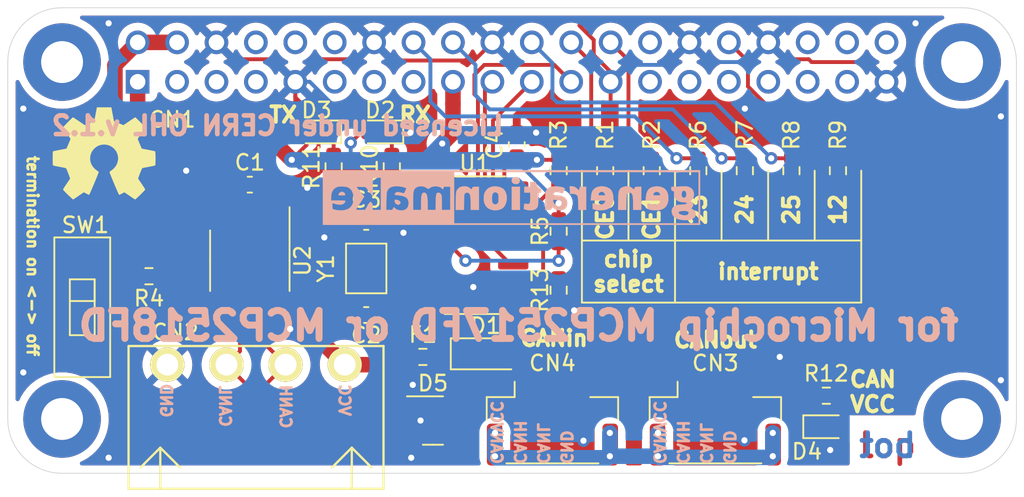
<source format=kicad_pcb>
(kicad_pcb (version 20211014) (generator pcbnew)
  (title_block (title "CANFDZeroHAT") (date "2023-08-24") (rev "0.3") (company "generationmake"))
  (layers (0 "F.Cu" signal) (31 "B.Cu" signal) (34 "B.Paste" user) (35 "F.Paste" user) (36 "B.SilkS" user "B.Silkscreen") (37 "F.SilkS" user "F.Silkscreen") (38 "B.Mask" user) (39 "F.Mask" user) (44 "Edge.Cuts" user))
  (net 0 "")
  (net 1 "+3.3V")
  (net 2 "+5V")
  (net 3 "GND")
  (net 4 "/OSC1")
  (net 5 "/OSC2")
  (net 6 "/SPI_MOSI")
  (net 7 "/SPI_MISO")
  (net 8 "/MCP2517_INT")
  (net 9 "/SPI_CLK")
  (net 10 "/SPI_CE0")
  (net 11 "/SPI_CE1")
  (net 12 "/CANH")
  (net 13 "/CANL")
  (net 14 "/CANVCC")
  (net 15 "/MCP2517_CS")
  (net 16 "Net-(R4-Pad2)")
  (net 17 "/CAN_TX")
  (net 18 "/CAN_RX")
  (net 19 "/INTERRUPT_23")
  (net 20 "/INTERRUPT_24")
  (net 21 "/INTERRUPT_25")
  (net 22 "/INTERRUPT_12")
  (net 23 "/CANVCC_F")
  (net 24 "Net-(D4-Pad2)")
  (net 25 "Net-(D2-Pad1)")
  (net 26 "Net-(D3-Pad1)")
  (net 27 "/I2C_SDA")
  (net 28 "/I2C_SCL")
  (net 30 "/SERIAL_TX")
  (net 31 "/SERIAL_RX")
  (net 51 "/MP")
  (footprint "Capacitor_SMD:C_0603_1608Metric" (layer "F.Cu") (at 123.1 97.9)
    (fp_text reference "C1")
    (fp_text value "100nF")
  )
  (footprint "Capacitor_SMD:C_0603_1608Metric" (layer "F.Cu") (at 130.6 100.3)
    (fp_text reference "C3")
    (fp_text value "22pF")
  )
  (footprint "Capacitor_SMD:C_0603_1608Metric" (layer "F.Cu") (at 140.3 95.3 90)
    (fp_text reference "C4")
    (fp_text value "100nF")
  )
  (footprint "Connector_JST:JST_GH_SM04B-GHS-TB_1x04-1MP_P1.25mm_Horizontal" (layer "F.Cu") (at 153.1 113.3)
    (fp_text reference "CN3")
    (fp_text value "GH_SM04B-GHS-TB")
  )
  (footprint "Connector_JST:JST_GH_SM04B-GHS-TB_1x04-1MP_P1.25mm_Horizontal" (layer "F.Cu") (at 142.6 113.3)
    (fp_text reference "CN4")
    (fp_text value "GH_SM04B-GHS-TB")
  )
  (footprint "Diode_SMD:D_SOD-123" (layer "F.Cu") (at 138.3 108.8)
    (fp_text reference "D1")
    (fp_text value "DNI")
  )
  (footprint "labels:generationmake_small_solder" (layer "F.Cu") (at 170.7 102 90)
    (fp_text reference "L1" hide)
    (fp_text value "Label" hide)
  )
  (footprint "Resistor_SMD:R_0603_1608Metric" (layer "F.Cu") (at 146 97 -90)
    (fp_text reference "R1")
    (fp_text value "0R")
  )
  (footprint "Resistor_SMD:R_0603_1608Metric" (layer "F.Cu") (at 149 97 90)
    (fp_text reference "R2")
    (fp_text value "DNI")
  )
  (footprint "Resistor_SMD:R_0603_1608Metric" (layer "F.Cu") (at 143 97 -90)
    (fp_text reference "R3")
    (fp_text value "10k")
  )
  (footprint "Resistor_SMD:R_0603_1608Metric" (layer "F.Cu") (at 116.6 103.8 180)
    (fp_text reference "R4")
    (fp_text value "120R")
  )
  (footprint "Resistor_SMD:R_0603_1608Metric" (layer "F.Cu") (at 143 100.9 -90)
    (fp_text reference "R5")
    (fp_text value "10k")
  )
  (footprint "mechanical-switches:CK_JS202011JCQN" (layer "F.Cu") (at 112.3 105.8 -90)
    (fp_text reference "SW1")
    (fp_text value "JS202011JCQN")
  )
  (footprint "Package_SO:SOIC-14_3.9x8.7mm_P1.27mm" (layer "F.Cu") (at 137.6 101.8)
    (fp_text reference "U1")
    (fp_text value "MCP2518FD")
  )
  (footprint "crystals:Crystal_SMD_3.2x2.5mm_4Pad" (layer "F.Cu") (at 130.6 103.3 -90)
    (fp_text reference "Y1")
    (fp_text value "RH100-40.000-18-F-2050-TR")
  )
  (footprint "MODULE_compute:RASPI_ZERO_HAT_EDGE" (layer "F.Cu") (at 140 90)
    (fp_text reference "CN1")
    (fp_text value "RASPI-IO")
  )
  (footprint "Resistor_SMD:R_0603_1608Metric" (layer "F.Cu") (at 152 97 -90)
    (fp_text reference "R6")
    (fp_text value "DNI")
  )
  (footprint "Resistor_SMD:R_0603_1608Metric" (layer "F.Cu") (at 155 97 -90)
    (fp_text reference "R7")
    (fp_text value "DNI")
  )
  (footprint "Resistor_SMD:R_0603_1608Metric" (layer "F.Cu") (at 158 97 -90)
    (fp_text reference "R8")
    (fp_text value "0R")
  )
  (footprint "Resistor_SMD:R_0603_1608Metric" (layer "F.Cu") (at 161 97 -90)
    (fp_text reference "R9")
    (fp_text value "DNI")
  )
  (footprint "CON_wuerth:WR-TBL_691322310004" (layer "F.Cu") (at 123.5 109.5)
    (fp_text reference "CN2")
    (fp_text value "691322310004" hide)
  )
  (footprint "Capacitor_SMD:C_0603_1608Metric" (layer "F.Cu") (at 130.6 106.3 180)
    (fp_text reference "C2")
    (fp_text value "22pF")
  )
  (footprint "LED_SMD:LED_0603_1608Metric" (layer "F.Cu") (at 131.5 94.5 180)
    (fp_text reference "D2")
    (fp_text value "150060GS75000")
  )
  (footprint "LED_SMD:LED_0603_1608Metric" (layer "F.Cu") (at 127.5 94.5 180)
    (fp_text reference "D3")
    (fp_text value "150060RS75000")
  )
  (footprint "LED_SMD:LED_0603_1608Metric" (layer "F.Cu") (at 160.25 113.5)
    (fp_text reference "D4")
    (fp_text value "150060YS75000")
  )
  (footprint "Resistor_SMD:R_0603_1608Metric" (layer "F.Cu") (at 134.25 109)
    (fp_text reference "F1")
    (fp_text value "0ZCM0020FF2G")
  )
  (footprint "Resistor_SMD:R_0603_1608Metric" (layer "F.Cu") (at 132.25 96.75 90)
    (fp_text reference "R10")
    (fp_text value "1k")
  )
  (footprint "Resistor_SMD:R_0603_1608Metric" (layer "F.Cu") (at 128.5 96.75 90)
    (fp_text reference "R11")
    (fp_text value "1k")
  )
  (footprint "Resistor_SMD:R_0603_1608Metric" (layer "F.Cu") (at 160.25 111.5)
    (fp_text reference "R12")
    (fp_text value "2k")
  )
  (footprint "Package_SO:SOIC-8_3.9x4.9mm_P1.27mm" (layer "F.Cu") (at 123.1 102.8 -90)
    (fp_text reference "U2")
    (fp_text value "TCAN332GDR")
  )
  (footprint "Symbol:OSHW-Symbol_6.7x6mm_SilkScreen" (layer "F.Cu") (at 113.7 95.9)
    (fp_text reference "L3" hide)
    (fp_text value "Label" hide)
  )
  (footprint "Package_TO_SOT_SMD:SOT-23" (layer "F.Cu") (at 134.9 113.1)
    (fp_text reference "D5")
    (fp_text value "DNI")
  )
  (footprint "Resistor_SMD:R_0603_1608Metric" (layer "F.Cu") (at 143 104.7 -90)
    (fp_text reference "R13")
    (fp_text value "10k")
  )
  (footprint "labels:generationmake_logo" (layer "B.Cu") (at 140 104 180)
    (fp_text reference "L2" hide)
    (fp_text value "Label" hide)
  )
  (gr_line (start 147.5 97) (end 147.5 101.5) (layer "F.SilkS") (width 0.12))
  (gr_line (start 144.5 97) (end 144.5 105.5) (layer "F.SilkS") (width 0.12))
  (gr_line (start 153.5 97) (end 153.5 101.5) (layer "F.SilkS") (width 0.12))
  (gr_line (start 162.5 101.5) (end 144.5 101.5) (layer "F.SilkS") (width 0.12))
  (gr_line (start 162.5 105.5) (end 162.5 97) (layer "F.SilkS") (width 0.12))
  (gr_line (start 159.5 97) (end 159.5 101.5) (layer "F.SilkS") (width 0.12))
  (gr_line (start 144.5 105.5) (end 162.5 105.5) (layer "F.SilkS") (width 0.12))
  (gr_line (start 150.5 97) (end 150.5 105.5) (layer "F.SilkS") (width 0.12))
  (gr_line (start 156.5 97) (end 156.5 101.5) (layer "F.SilkS") (width 0.12))
  (gr_arc (start 172.5 113) (mid 171.474874 115.474874) (end 169 116.5) (layer "Edge.Cuts") (width 0.05))
  (gr_line (start 172.5 113) (end 172.5 90) (layer "Edge.Cuts") (width 0.05))
  (gr_line (start 169 86.5) (end 111 86.5) (layer "Edge.Cuts") (width 0.05))
  (gr_line (start 107.5 90) (end 107.5 113) (layer "Edge.Cuts") (width 0.05))
  (gr_line (start 111 116.5) (end 169 116.5) (layer "Edge.Cuts") (width 0.05))
  (gr_arc (start 111 116.5) (mid 108.525126 115.474874) (end 107.5 113) (layer "Edge.Cuts") (width 0.05))
  (gr_arc (start 107.5 90) (mid 108.525126 87.525126) (end 111 86.5) (layer "Edge.Cuts") (width 0.05))
  (gr_arc (start 169 86.5) (mid 171.474874 87.525126) (end 172.5 90) (layer "Edge.Cuts") (width 0.05))
  (gr_text "CANFDZeroHAT 0.3" (at 171.1 101.9 90) (layer "F.Cu") (effects (font (size 1 1) (thickness 0.25))))
  (gr_text "top" (at 164.2 114.7) (layer "F.Cu") (effects (font (size 1.5 1.5) (thickness 0.3))))
  (gr_text "bot" (at 164.2 114.7) (layer "B.Cu") (effects (font (size 1.5 1.5) (thickness 0.3)) (justify mirror)))
  (gr_text "CANL" (at 142 116 270) (layer "B.SilkS") (effects (font (size 0.7 0.7) (thickness 0.175)) (justify left mirror)))
  (gr_text "GND" (at 143.5 116 270) (layer "B.SilkS") (effects (font (size 0.7 0.7) (thickness 0.175)) (justify left mirror)))
  (gr_text "GND" (at 154 116 270) (layer "B.SilkS") (effects (font (size 0.7 0.7) (thickness 0.175)) (justify left mirror)))
  (gr_text "CANVCC" (at 149.5 116 270) (layer "B.SilkS") (effects (font (size 0.7 0.7) (thickness 0.175)) (justify left mirror)))
  (gr_text "CANL" (at 152.5 116 270) (layer "B.SilkS") (effects (font (size 0.7 0.7) (thickness 0.175)) (justify left mirror)))
  (gr_text "CANH" (at 151 116 270) (layer "B.SilkS") (effects (font (size 0.7 0.7) (thickness 0.175)) (justify left mirror)))
  (gr_text "CANL" (at 121.5 113.6 270) (layer "B.SilkS") (effects (font (size 0.7 0.7) (thickness 0.175)) (justify left mirror)))
  (gr_text "CANH" (at 125.4 113.7 270) (layer "B.SilkS") (effects (font (size 0.7 0.7) (thickness 0.175)) (justify left mirror)))
  (gr_text "VCC" (at 129.2 112.9 270) (layer "B.SilkS") (effects (font (size 0.7 0.7) (thickness 0.175)) (justify left mirror)))
  (gr_text "GND" (at 117.7 113 270) (layer "B.SilkS") (effects (font (size 0.7 0.7) (thickness 0.175)) (justify left mirror)))
  (gr_text "for Microchip MCP2517FD or MCP2518FD" (at 169 107) (layer "B.SilkS") (effects (font (size 1.8 1.8) (thickness 0.45)) (justify left mirror)))
  (gr_text "Licensed under CERN OHL v.1.2" (at 139.6 94.1) (layer "B.SilkS") (effects (font (size 1.2 1.2) (thickness 0.3)) (justify left mirror)))
  (gr_text "CANH" (at 140.5 116 270) (layer "B.SilkS") (effects (font (size 0.7 0.7) (thickness 0.175)) (justify left mirror)))
  (gr_text "CANVCC" (at 139 116 270) (layer "B.SilkS") (effects (font (size 0.7 0.7) (thickness 0.175)) (justify left mirror)))
  (gr_text "23" (at 152 99.5 90) (layer "F.SilkS") (effects (font (size 1 1) (thickness 0.25))))
  (gr_text "CE0" (at 146 100 90) (layer "F.SilkS") (effects (font (size 1 1) (thickness 0.25))))
  (gr_text "chip\nselect" (at 147.5 103.5) (layer "F.SilkS") (effects (font (size 1 1) (thickness 0.25))))
  (gr_text "termination on <-> off" (at 109.1 102.5 270) (layer "F.SilkS") (effects (font (size 0.7 0.7) (thickness 0.175))))
  (gr_text "CAN\nVCC" (at 163.25 111.25) (layer "F.SilkS") (effects (font (size 1 1) (thickness 0.25))))
  (gr_text "12" (at 161 99.5 90) (layer "F.SilkS") (effects (font (size 1 1) (thickness 0.25))))
  (gr_text "interrupt" (at 156.5 103.5) (layer "F.SilkS") (effects (font (size 1 1) (thickness 0.25))))
  (gr_text "TX" (at 125.25 93.4) (layer "F.SilkS") (effects (font (size 1 1) (thickness 0.25))))
  (gr_text "24" (at 155 99.5 90) (layer "F.SilkS") (effects (font (size 1 1) (thickness 0.25))))
  (gr_text "CE1" (at 149 100 90) (layer "F.SilkS") (effects (font (size 1 1) (thickness 0.25))))
  (gr_text "RX" (at 133.75 93.4) (layer "F.SilkS") (effects (font (size 1 1) (thickness 0.25))))
  (gr_text "CANin" (at 142.7 107.8) (layer "F.SilkS") (effects (font (size 1 1) (thickness 0.25))))
  (gr_text "CANout" (at 153.1 107.9) (layer "F.SilkS") (effects (font (size 1 1) (thickness 0.25))))
  (gr_text "25" (at 158 99.5 90) (layer "F.SilkS") (effects (font (size 1 1) (thickness 0.25))))
  (segment (start 122.465 95.365) (end 122.3 95.2) (width 0.25) (layer "F.Cu") (net 1))
  (segment (start 117.7 95.2) (end 115.87 93.37) (width 1) (layer "F.Cu") (net 1))
  (segment (start 141.6 96.3) (end 142.95 96.3) (width 0.25) (layer "F.Cu") (net 1))
  (segment (start 122.465 100.092) (end 122.4685 100.0955) (width 0.25) (layer "F.Cu") (net 1))
  (segment (start 143 100.15) (end 143 99.1) (width 0.25) (layer "F.Cu") (net 1))
  (segment (start 142.95 96.3) (end 143 96.25) (width 0.25) (layer "F.Cu") (net 1))
  (segment (start 136.19 94.56) (end 135.5 95.25) (width 1) (layer "F.Cu") (net 1))
  (segment (start 130.3 94.5) (end 129.6 95.2) (width 0.25) (layer "F.Cu") (net 1))
  (segment (start 136.19 92.69) (end 136.19 94.56) (width 1) (layer "F.Cu") (net 1))
  (segment (start 141.35 96.05) (end 141.6 96.3) (width 0.25) (layer "F.Cu") (net 1))
  (segment (start 136.19 91.27) (end 136.19 92.69) (width 1) (layer "F.Cu") (net 1))
  (segment (start 126.7507 94.5) (end 126.7507 95.3493) (width 0.25) (layer "F.Cu") (net 1))
  (segment (start 140.3 96.05) (end 141.35 96.05) (width 0.25) (layer "F.Cu") (net 1))
  (segment (start 122.465 98.935) (end 122.465 95.365) (width 0.25) (layer "F.Cu") (net 1))
  (segment (start 139.5 96.85) (end 140.3 96.05) (width 0.25) (layer "F.Cu") (net 1))
  (segment (start 139.5 97.7) (end 139.5 96.85) (width 0.25) (layer "F.Cu") (net 1))
  (segment (start 122.465 98.935) (end 122.465 100.092) (width 0.25) (layer "F.Cu") (net 1))
  (segment (start 125.8 96.3) (end 124.7 95.2) (width 1) (layer "F.Cu") (net 1))
  (segment (start 115.87 93.37) (end 115.87 91.27) (width 1) (layer "F.Cu") (net 1))
  (segment (start 130.7507 94.5) (end 130.3 94.5) (width 0.25) (layer "F.Cu") (net 1))
  (segment (start 122.3 95.2) (end 117.7 95.2) (width 1) (layer "F.Cu") (net 1))
  (segment (start 139.79 97.99) (end 139.5 97.7) (width 0.25) (layer "F.Cu") (net 1))
  (segment (start 126.7507 95.3493) (end 125.8 96.3) (width 0.25) (layer "F.Cu") (net 1))
  (segment (start 140.3 97.99) (end 139.79 97.99) (width 0.25) (layer "F.Cu") (net 1))
  (segment (start 124.7 95.2) (end 122.3 95.2) (width 1) (layer "F.Cu") (net 1))
  (via (at 141.6 96.3) (size 0.8) (drill 0.4) (layers "F.Cu" "B.Cu") (net 1))
  (via (at 135.5 95.25) (size 0.8) (drill 0.4) (layers "F.Cu" "B.Cu") (net 1))
  (via (at 129.6 95.2) (size 0.8) (drill 0.4) (layers "F.Cu" "B.Cu") (net 1))
  (via (at 143 99.1) (size 0.8) (drill 0.4) (layers "F.Cu" "B.Cu") (net 1))
  (via (at 125.8 96.3) (size 0.8) (drill 0.4) (layers "F.Cu" "B.Cu") (net 1))
  (segment (start 140.7 96.8) (end 140.5 96.8) (width 0.25) (layer "B.Cu") (net 1))
  (segment (start 136.6 96.8) (end 135.3 96.8) (width 0.25) (layer "B.Cu") (net 1))
  (segment (start 135.2 96.7) (end 135.3 96.8) (width 0.25) (layer "B.Cu") (net 1))
  (segment (start 135.5 95.85) (end 135.05 96.3) (width 1) (layer "B.Cu") (net 1))
  (segment (start 135.5 95.25) (end 135.5 95.85) (width 1) (layer "B.Cu") (net 1))
  (segment (start 135.7 96.3) (end 141.6 96.3) (width 1) (layer "B.Cu") (net 1))
  (segment (start 141.1 96.8) (end 141.6 96.3) (width 0.25) (layer "B.Cu") (net 1))
  (segment (start 134.45 96.3) (end 135.37499 95.37501) (width 1) (layer "B.Cu") (net 1))
  (segment (start 135.2 96.1) (end 135.2 96.7) (width 0.25) (layer "B.Cu") (net 1))
  (segment (start 135.05 96.3) (end 135.7 96.3) (width 1) (layer "B.Cu") (net 1))
  (segment (start 135.37499 95.37501) (end 135.5 95.37501) (width 1) (layer "B.Cu") (net 1))
  (segment (start 126.3 96.8) (end 125.8 96.3) (width 0.25) (layer "B.Cu") (net 1))
  (segment (start 129.5 96.3) (end 134.3 96.3) (width 1) (layer "B.Cu") (net 1))
  (segment (start 135.3 96.8) (end 126.3 96.8) (width 0.25) (layer "B.Cu") (net 1))
  (segment (start 129.6 96.2) (end 129.5 96.3) (width 0.25) (layer "B.Cu") (net 1))
  (segment (start 140.5 96.8) (end 141.1 96.8) (width 0.25) (layer "B.Cu") (net 1))
  (segment (start 140.5 96.8) (end 136.6 96.8) (width 0.25) (layer "B.Cu") (net 1))
  (segment (start 143 99.1) (end 140.7 96.8) (width 0.25) (layer "B.Cu") (net 1))
  (segment (start 129.6 95.2) (end 129.6 96.2) (width 0.25) (layer "B.Cu") (net 1))
  (segment (start 125.8 96.3) (end 129.5 96.3) (width 1) (layer "B.Cu") (net 1))
  (segment (start 134.3 96.3) (end 134.45 96.3) (width 1) (layer "B.Cu") (net 1))
  (segment (start 134.3 96.3) (end 135.05 96.3) (width 1) (layer "B.Cu") (net 1))
  (segment (start 114.407999 96.007999) (end 114.407999 90.192001) (width 1) (layer "F.Cu") (net 2))
  (segment (start 114.841149 96.007999) (end 114.407999 96.007999) (width 1) (layer "F.Cu") (net 2))
  (segment (start 129.215 109.5) (end 127.3 107.585) (width 1) (layer "F.Cu") (net 2))
  (segment (start 127.3 107.585) (end 127.3 105) (width 1) (layer "F.Cu") (net 2))
  (segment (start 127.3 105) (end 124.8 102.5) (width 1) (layer "F.Cu") (net 2))
  (segment (start 119.366575 101.566575) (end 119.366575 100.533425) (width 1) (layer "F.Cu") (net 2))
  (segment (start 119.366575 100.533425) (end 114.841149 96.007999) (width 1) (layer "F.Cu") (net 2))
  (segment (start 118.41 88.73) (end 115.87 88.73) (width 1) (layer "F.Cu") (net 2))
  (segment (start 124.8 102.5) (end 120.3 102.5) (width 1) (layer "F.Cu") (net 2))
  (segment (start 133 109.5) (end 133.5 109) (width 1) (layer "F.Cu") (net 2))
  (segment (start 120.3 102.5) (end 119.366575 101.566575) (width 1) (layer "F.Cu") (net 2))
  (segment (start 114.407999 90.192001) (end 115.87 88.73) (width 1) (layer "F.Cu") (net 2))
  (segment (start 129.215 109.5) (end 133 109.5) (width 1) (layer "F.Cu") (net 2))
  (segment (start 135.41 105.61) (end 136.7 106.9) (width 0.25) (layer "F.Cu") (net 3))
  (segment (start 151.35 106.9) (end 155.4 106.9) (width 0.25) (layer "F.Cu") (net 3))
  (segment (start 123.735 96.915) (end 123.85 96.8) (width 0.25) (layer "F.Cu") (net 3))
  (segment (start 159.5007 113.5) (end 159.5007 114.0007) (width 0.25) (layer "F.Cu") (net 3))
  (segment (start 128.024999 101.075001) (end 127.9 101.2) (width 0.25) (layer "F.Cu") (net 3))
  (segment (start 137.56 89.9) (end 132.28 89.9) (width 0.25) (layer "F.Cu") (net 3))
  (segment (start 124.5 96.8) (end 125.8 98.1) (width 0.25) (layer "F.Cu") (net 3))
  (segment (start 155.4 106.9) (end 157.25 108.75) (width 0.25) (layer "F.Cu") (net 3))
  (segment (start 131.35 102) (end 131.5 102.15) (width 0.25) (layer "F.Cu") (net 3))
  (segment (start 134.19 105.61) (end 134.9 105.61) (width 0.25) (layer "F.Cu") (net 3))
  (segment (start 159.5007 114.0007) (end 160.5 115) (width 0.25) (layer "F.Cu") (net 3))
  (segment (start 128.824999 101.075001) (end 128.024999 101.075001) (width 0.25) (layer "F.Cu") (net 3))
  (segment (start 132.685011 96.914989) (end 127.800009 96.914989) (width 0.25) (layer "F.Cu") (net 3))
  (segment (start 129.3 99.4) (end 128.824999 99.875001) (width 0.25) (layer "F.Cu") (net 3))
  (segment (start 126.163262 92.53) (end 126.366631 92.733369) (width 0.25) (layer "F.Cu") (net 3))
  (segment (start 131.35 100.3) (end 131.35 102) (width 0.25) (layer "F.Cu") (net 3))
  (segment (start 127.525519 93.892257) (end 127.525519 95.474481) (width 0.25) (layer "F.Cu") (net 3))
  (segment (start 126.03 92.17) (end 126.03 92.27) (width 0.25) (layer "F.Cu") (net 3))
  (segment (start 123.735 99.15) (end 123.735 98.965) (width 0.25) (layer "F.Cu") (net 3))
  (segment (start 129.85 104.6) (end 129.7 104.45) (width 0.25) (layer "F.Cu") (net 3))
  (segment (start 123.735 98.965) (end 123.735 96.915) (width 0.25) (layer "F.Cu") (net 3))
  (segment (start 128.824999 101.075001) (end 128.824999 103.060001) (width 0.25) (layer "F.Cu") (net 3))
  (segment (start 127.800009 96.914989) (end 126.8 97.914998) (width 0.25) (layer "F.Cu") (net 3))
  (segment (start 123.85 96.8) (end 124.5 96.8) (width 0.25) (layer "F.Cu") (net 3))
  (segment (start 143 105.525) (end 143.525 105.525) (width 0.25) (layer "F.Cu") (net 3))
  (segment (start 138.73 88.73) (end 139.817001 87.642999) (width 0.25) (layer "F.Cu") (net 3))
  (segment (start 135.8375 113.1) (end 134.1 113.1) (width 0.25) (layer "F.Cu") (net 3))
  (segment (start 129.85 106.3) (end 129.85 104.6) (width 0.25) (layer "F.Cu") (net 3))
  (segment (start 138.73 88.73) (end 137.56 89.9) (width 0.25) (layer "F.Cu") (net 3))
  (segment (start 147.65 106.9) (end 148.1 106.9) (width 0.25) (layer "F.Cu") (net 3))
  (segment (start 127.9 101.2) (end 127.9 101.3) (width 0.25) (layer "F.Cu") (net 3))
  (segment (start 126.366631 92.733369) (end 126.366631 92.606631) (width 0.25) (layer "F.Cu") (net 3))
  (segment (start 145.262999 88.574237) (end 145.262999 89.546589) (width 0.25) (layer "F.Cu") (net 3))
  (segment (start 162.86 90) (end 159.3 90) (width 0.25) (layer "F.Cu") (net 3))
  (segment (start 126.03 92.53) (end 126.163262 92.53) (width 0.25) (layer "F.Cu") (net 3))
  (segment (start 122.037001 89.817001) (end 124.577001 89.817001) (width 0.25) (layer "F.Cu") (net 3))
  (segment (start 125.005 106.505) (end 125.7 107.2) (width 0.25) (layer "F.Cu") (net 3))
  (segment (start 127.1 97.8) (end 126.8 98.1) (width 0.25) (layer "F.Cu") (net 3))
  (segment (start 140.3 94.55) (end 141.55 94.55) (width 0.25) (layer "F.Cu") (net 3))
  (segment (start 146.35 91.27) (end 146.35 93.85) (width 0.25) (layer "F.Cu") (net 3))
  (segment (start 131.35 100.3) (end 131.35 99.95) (width 0.25) (layer "F.Cu") (net 3))
  (segment (start 120.95 88.73) (end 122.037001 89.817001) (width 0.25) (layer "F.Cu") (net 3))
  (segment (start 132.28 89.9) (end 131.11 88.73) (width 0.25) (layer "F.Cu") (net 3))
  (segment (start 133.45 96.15) (end 132.685011 96.914989) (width 0.25) (layer "F.Cu") (net 3))
  (segment (start 126.366631 92.733369) (end 127.525519 93.892257) (width 0.25) (layer "F.Cu") (net 3))
  (segment (start 132.4 107.4) (end 134.19 105.61) (width 0.25) (layer "F.Cu") (net 3))
  (segment (start 126.366631 92.606631) (end 126.03 92.27) (width 0.25) (layer "F.Cu") (net 3))
  (segment (start 145.262999 89.546589) (end 146.35 90.63359) (width 0.25) (layer "F.Cu") (net 3))
  (segment (start 128.824999 99.875001) (end 128.824999 101.075001) (width 0.25) (layer "F.Cu") (net 3))
  (segment (start 133.45 94.55) (end 133.45 96.15) (width 0.25) (layer "F.Cu") (net 3))
  (segment (start 127.525519 95.474481) (end 127.1 95.9) (width 0.25) (layer "F.Cu") (net 3))
  (segment (start 123.7385 98.9685) (end 123.735 98.965) (width 0.25) (layer "F.Cu") (net 3))
  (segment (start 130.8 99.4) (end 129.3 99.4) (width 0.25) (layer "F.Cu") (net 3))
  (segment (start 129.85 106.3) (end 129.85 106.75) (width 0.25) (layer "F.Cu") (net 3))
  (segment (start 144.331761 87.642999) (end 145.262999 88.574237) (width 0.25) (layer "F.Cu") (net 3))
  (segment (start 157.597001 89.817001) (end 156.51 88.73) (width 0.25) (layer "F.Cu") (net 3))
  (segment (start 136.7 106.9) (end 147.65 106.9) (width 0.25) (layer "F.Cu") (net 3))
  (segment (start 144.475 114.275) (end 144.6 114.4) (width 0.25) (layer "F.Cu") (net 3))
  (segment (start 131.35 99.95) (end 130.8 99.4) (width 0.25) (layer "F.Cu") (net 3))
  (segment (start 159.117001 89.817001) (end 157.597001 89.817001) (width 0.25) (layer "F.Cu") (net 3))
  (segment (start 124.577001 89.817001) (end 126.03 91.27) (width 0.25) (layer "F.Cu") (net 3))
  (segment (start 146.35 90.63359) (end 146.35 91.27) (width 0.25) (layer "F.Cu") (net 3))
  (segment (start 129.85 106.75) (end 130.5 107.4) (width 0.25) (layer "F.Cu") (net 3))
  (segment (start 127.482999 89.817001) (end 130.022999 89.817001) (width 0.25) (layer "F.Cu") (net 3))
  (segment (start 130.5 107.4) (end 132.4 107.4) (width 0.25) (layer "F.Cu") (net 3))
  (segment (start 123.7385 100.0955) (end 123.7385 98.9685) (width 0.25) (layer "F.Cu") (net 3))
  (segment (start 125.005 105.275) (end 125.005 106.505) (width 0.25) (layer "F.Cu") (net 3))
  (segment (start 127.1 95.9) (end 127.1 97.8) (width 0.25) (layer "F.Cu") (net 3))
  (segment (start 151.35 106.9) (end 152.1 106.9) (width 0.25) (layer "F.Cu") (net 3))
  (segment (start 126.03 91.27) (end 127.482999 89.817001) (width 0.25) (layer "F.Cu") (net 3))
  (segment (start 126.03 92.17) (end 126.03 92.53) (width 0.25) (layer "F.Cu") (net 3))
  (segment (start 130.022999 89.817001) (end 131.11 88.73) (width 0.25) (layer "F.Cu") (net 3))
  (segment (start 147.65 106.9) (end 151.35 106.9) (width 0.25) (layer "F.Cu") (net 3))
  (segment (start 125.8 98.1) (end 126.8 98.1) (width 0.25) (layer "F.Cu") (net 3))
  (segment (start 154.975 111.45) (end 154.975 114.375) (width 0.25) (layer "F.Cu") (net 3))
  (segment (start 134.9 105.61) (end 135.41 105.61) (width 0.25) (layer "F.Cu") (net 3))
  (segment (start 144.475 111.45) (end 144.475 114.275) (width 0.25) (layer "F.Cu") (net 3))
  (segment (start 157.25 108.75) (end 157.25 109) (width 0.25) (layer "F.Cu") (net 3))
  (segment (start 129.7 103.935002) (end 129.7 104.45) (width 0.25) (layer "F.Cu") (net 3))
  (segment (start 143.525 105.525) (end 144 106) (width 0.25) (layer "F.Cu") (net 3))
  (segment (start 128.824999 103.060001) (end 129.7 103.935002) (width 0.25) (layer "F.Cu") (net 3))
  (segment (start 159.3 90) (end 159.117001 89.817001) (width 0.25) (layer "F.Cu") (net 3))
  (segment (start 126.8 97.914998) (end 126.8 98.1) (width 0.25) (layer "F.Cu") (net 3))
  (segment (start 164.13 91.27) (end 162.86 90) (width 0.25) (layer "F.Cu") (net 3))
  (segment (start 126.03 91.27) (end 126.03 92.17) (width 0.25) (layer "F.Cu") (net 3))
  (via (at 133.45 94.55) (size 0.8) (drill 0.4) (layers "F.Cu" "B.Cu") (net 3))
  (via (at 157.25 109) (size 0.8) (drill 0.4) (layers "F.Cu" "B.Cu") (net 3))
  (via (at 126.8 98.1) (size 0.8) (drill 0.4) (layers "F.Cu" "B.Cu") (net 3))
  (via (at 141.55 94.55) (size 0.8) (drill 0.4) (layers "F.Cu" "B.Cu") (net 3))
  (via (at 166 87.5) (size 0.8) (drill 0.4) (layers "F.Cu" "B.Cu") (net 3))
  (via (at 108.5 110) (size 0.8) (drill 0.4) (layers "F.Cu" "B.Cu") (net 3))
  (via (at 154.975 114.375) (size 0.8) (drill 0.4) (layers "F.Cu" "B.Cu") (net 3))
  (via (at 171.5 110.5) (size 0.8) (drill 0.4) (layers "F.Cu" "B.Cu") (net 3))
  (via (at 119 97) (size 0.8) (drill 0.4) (layers "F.Cu" "B.Cu") (net 3))
  (via (at 155 93) (size 0.8) (drill 0.4) (layers "F.Cu" "B.Cu") (net 3))
  (via (at 160.5 115) (size 0.8) (drill 0.4) (layers "F.Cu" "B.Cu") (net 3))
  (via (at 144 106) (size 0.8) (drill 0.4) (layers "F.Cu" "B.Cu") (net 3))
  (via (at 137.5 104.5) (size 0.8) (drill 0.4) (layers "F.Cu" "B.Cu") (net 3))
  (via (at 133 101) (size 0.8) (drill 0.4) (layers "F.Cu" "B.Cu") (net 3))
  (via (at 134.1 113.1) (size 0.8) (drill 0.4) (layers "F.Cu" "B.Cu") (net 3))
  (via (at 133.6 110.8) (size 0.8) (drill 0.4) (layers "F.Cu" "B.Cu") (net 3))
  (via (at 114 115.5) (size 0.8) (drill 0.4) (layers "F.Cu" "B.Cu") (net 3))
  (via (at 133.5 115.5) (size 0.8) (drill 0.4) (layers "F.Cu" "B.Cu") (net 3))
  (via (at 114 87.5) (size 0.8) (drill 0.4) (layers "F.Cu" "B.Cu") (net 3))
  (via (at 127.9 101.3) (size 0.8) (drill 0.4) (layers "F.Cu" "B.Cu") (net 3))
  (via (at 125.7 107.2) (size 0.8) (drill 0.4) (layers "F.Cu" "B.Cu") (net 3))
  (via (at 171.5 93.5) (size 0.8) (drill 0.4) (layers "F.Cu" "B.Cu") (net 3))
  (via (at 144.6 114.4) (size 0.8) (drill 0.4) (layers "F.Cu" "B.Cu") (net 3))
  (via (at 108.5 93) (size 0.8) (drill 0.4) (layers "F.Cu" "B.Cu") (net 3))
  (segment (start 133.45 94.55) (end 130.241238 94.55) (width 0.25) (layer "B.Cu") (net 3))
  (segment (start 155.24 90) (end 156.51 88.73) (width 0.25) (layer "B.Cu") (net 3))
  (segment (start 134.2 94.55) (end 134.5 94.25) (width 0.25) (layer "B.Cu") (net 3))
  (segment (start 151.43 88.73) (end 152.7 90) (width 0.25) (layer "B.Cu") (net 3))
  (segment (start 144.6 113.2) (end 145.3 112.5) (width 0.25) (layer "B.Cu") (net 3))
  (segment (start 134.5 94.25) (end 137.4 94.25) (width 0.25) (layer "B.Cu") (net 3))
  (segment (start 127.9 99.2) (end 126.8 98.1) (width 0.25) (layer "B.Cu") (net 3))
  (segment (start 143.3 112.6) (end 144.6 113.9) (width 0.25) (layer "B.Cu") (net 3))
  (segment (start 154.675 114.375) (end 154.975 114.375) (width 0.25) (layer "B.Cu") (net 3))
  (segment (start 145.3 112.5) (end 152.8 112.5) (width 0.25) (layer "B.Cu") (net 3))
  (segment (start 130.241238 94.55) (end 126.961238 91.27) (width 0.25) (layer "B.Cu") (net 3))
  (segment (start 122.2675 113.9825) (end 117.785 109.5) (width 0.25) (layer "B.Cu") (net 3))
  (segment (start 152.8 112.5) (end 154.675 114.375) (width 0.25) (layer "B.Cu") (net 3))
  (segment (start 137 112.6) (end 143.3 112.6) (width 0.25) (layer "B.Cu") (net 3))
  (segment (start 134.800001 114.799999) (end 137 112.6) (width 0.25) (layer "B.Cu") (net 3))
  (segment (start 144.6 113.9) (end 144.6 114.4) (width 0.25) (layer "B.Cu") (net 3))
  (segment (start 126.961238 91.27) (end 126.03 91.27) (width 0.25) (layer "B.Cu") (net 3))
  (segment (start 128.450001 114.799999) (end 134.800001 114.799999) (width 0.25) (layer "B.Cu") (net 3))
  (segment (start 133.45 94.55) (end 134.2 94.55) (width 0.25) (layer "B.Cu") (net 3))
  (segment (start 123.900001 114.799999) (end 123.084999 114.799999) (width 0.25) (layer "B.Cu") (net 3))
  (segment (start 152.7 90) (end 155.24 90) (width 0.25) (layer "B.Cu") (net 3))
  (segment (start 128.450001 114.799999) (end 123.084999 114.799999) (width 0.25) (layer "B.Cu") (net 3))
  (segment (start 149.977001 90.182999) (end 151.43 88.73) (width 0.25) (layer "B.Cu") (net 3))
  (segment (start 128.450001 114.799999) (end 127.900001 114.799999) (width 0.25) (layer "B.Cu") (net 3))
  (segment (start 147.437001 90.182999) (end 149.977001 90.182999) (width 0.25) (layer "B.Cu") (net 3))
  (segment (start 141.55 94.55) (end 137.7 94.55) (width 0.25) (layer "B.Cu") (net 3))
  (segment (start 144.6 114.4) (end 144.6 113.2) (width 0.25) (layer "B.Cu") (net 3))
  (segment (start 123.084999 114.799999) (end 122.2675 113.9825) (width 0.25) (layer "B.Cu") (net 3))
  (segment (start 146.35 91.27) (end 147.437001 90.182999) (width 0.25) (layer "B.Cu") (net 3))
  (segment (start 137.4 94.25) (end 137.7 94.55) (width 0.25) (layer "B.Cu") (net 3))
  (segment (start 127.9 101.3) (end 127.9 99.2) (width 0.25) (layer "B.Cu") (net 3))
  (segment (start 133.9 103.9) (end 132.05 103.9) (width 0.25) (layer "F.Cu") (net 4))
  (segment (start 131.35 106.3) (end 131.35 104.6) (width 0.25) (layer "F.Cu") (net 4))
  (segment (start 134.9 104.34) (end 134.34 104.34) (width 0.25) (layer "F.Cu") (net 4))
  (segment (start 134.34 104.34) (end 133.9 103.9) (width 0.25) (layer "F.Cu") (net 4))
  (segment (start 132.05 103.9) (end 131.5 104.45) (width 0.25) (layer "F.Cu") (net 4))
  (segment (start 131.35 104.6) (end 131.5 104.45) (width 0.25) (layer "F.Cu") (net 4))
  (segment (start 134.9 103.07) (end 134.844999 103.125001) (width 0.25) (layer "F.Cu") (net 5))
  (segment (start 129.7 102.15) (end 129.7 100.45) (width 0.25) (layer "F.Cu") (net 5))
  (segment (start 129.7 100.45) (end 129.85 100.3) (width 0.25) (layer "F.Cu") (net 5))
  (segment (start 130.675001 103.125001) (end 129.7 102.15) (width 0.25) (layer "F.Cu") (net 5))
  (segment (start 134.844999 103.125001) (end 130.675001 103.125001) (width 0.25) (layer "F.Cu") (net 5))
  (segment (start 139.56359 101.8) (end 140.3 101.8) (width 0.25) (layer "F.Cu") (net 6))
  (segment (start 138.25 100.48641) (end 139.56359 101.8) (width 0.25) (layer "F.Cu") (net 6))
  (segment (start 138.73 91.27) (end 138.25 91.75) (width 0.25) (layer "F.Cu") (net 6))
  (segment (start 138.25 91.75) (end 138.25 100.48641) (width 0.25) (layer "F.Cu") (net 6))
  (segment (start 142 103.7) (end 142.175 103.875) (width 0.25) (layer "F.Cu") (net 7))
  (segment (start 138.77 93.77) (end 141.27 91.27) (width 0.25) (layer "F.Cu") (net 7))
  (segment (start 140.075 100.53) (end 141.23 100.53) (width 0.25) (layer "F.Cu") (net 7))
  (segment (start 142.175 103.875) (end 143 103.875) (width 0.25) (layer "F.Cu") (net 7))
  (segment (start 139.3 100.53) (end 140.3 100.53) (width 0.25) (layer "F.Cu") (net 7))
  (segment (start 142 101.3) (end 142 103.7) (width 0.25) (layer "F.Cu") (net 7))
  (segment (start 138.77 100) (end 139.3 100.53) (width 0.25) (layer "F.Cu") (net 7))
  (segment (start 141.23 100.53) (end 142 101.3) (width 0.25) (layer "F.Cu") (net 7))
  (segment (start 138.77 93.77) (end 138.77 100) (width 0.25) (layer "F.Cu") (net 7))
  (segment (start 151.15 98.6) (end 152 97.75) (width 0.25) (layer "F.Cu") (net 8))
  (segment (start 144 99.3) (end 144.7 98.6) (width 0.25) (layer "F.Cu") (net 8))
  (segment (start 155 97.75) (end 158 97.75) (width 0.25) (layer "F.Cu") (net 8))
  (segment (start 143 101.65) (end 143 102.8) (width 0.25) (layer "F.Cu") (net 8))
  (segment (start 144 100.65) (end 144 99.3) (width 0.25) (layer "F.Cu") (net 8))
  (segment (start 144.7 98.6) (end 151.15 98.6) (width 0.25) (layer "F.Cu") (net 8))
  (segment (start 158 97.75) (end 161 97.75) (width 0.25) (layer "F.Cu") (net 8))
  (segment (start 134.9 101.8) (end 136 101.8) (width 0.25) (layer "F.Cu") (net 8))
  (segment (start 136 101.8) (end 137 102.8) (width 0.25) (layer "F.Cu") (net 8))
  (segment (start 152 97.75) (end 155 97.75) (width 0.25) (layer "F.Cu") (net 8))
  (segment (start 143 101.65) (end 144 100.65) (width 0.25) (layer "F.Cu") (net 8))
  (via (at 137 102.8) (size 0.8) (drill 0.4) (layers "F.Cu" "B.Cu") (net 8))
  (via (at 143 102.8) (size 0.8) (drill 0.4) (layers "F.Cu" "B.Cu") (net 8))
  (segment (start 137 102.8) (end 143 102.8) (width 0.25) (layer "B.Cu") (net 8))
  (segment (start 139.934998 103.07) (end 140.3 103.07) (width 0.25) (layer "F.Cu") (net 9))
  (segment (start 137.79999 100.934992) (end 139.934998 103.07) (width 0.25) (layer "F.Cu") (net 9))
  (segment (start 142.722999 90.182999) (end 138.208239 90.182999) (width 0.25) (layer "F.Cu") (net 9))
  (segment (start 143.81 91.27) (end 142.722999 90.182999) (width 0.25) (layer "F.Cu") (net 9))
  (segment (start 137.79999 92.29999) (end 137.79999 100.934992) (width 0.25) (layer "F.Cu") (net 9))
  (segment (start 137.570619 90.820619) (end 137.570619 92.070619) (width 0.25) (layer "F.Cu") (net 9))
  (segment (start 138.208239 90.182999) (end 137.570619 90.820619) (width 0.25) (layer "F.Cu") (net 9))
  (segment (start 137.570619 92.070619) (end 137.79999 92.29999) (width 0.25) (layer "F.Cu") (net 9))
  (segment (start 145.1 90.02) (end 145.1 95.35) (width 0.25) (layer "F.Cu") (net 10))
  (segment (start 145.1 95.35) (end 146 96.25) (width 0.25) (layer "F.Cu") (net 10))
  (segment (start 143.81 88.73) (end 145.1 90.02) (width 0.25) (layer "F.Cu") (net 10))
  (segment (start 146.35 88.73) (end 147.5 89.88) (width 0.25) (layer "F.Cu") (net 11))
  (segment (start 147.5 94.75) (end 149 96.25) (width 0.25) (layer "F.Cu") (net 11))
  (segment (start 147.5 89.88) (end 147.5 94.75) (width 0.25) (layer "F.Cu") (net 11))
  (segment (start 115.5 105.8) (end 116.425001 104.874999) (width 0.25) (layer "F.Cu") (net 12))
  (segment (start 147.053232 108.8) (end 150.878242 112.62501) (width 0.25) (layer "F.Cu") (net 12))
  (segment (start 141.975 112.525) (end 141.8 112.7) (width 0.25) (layer "F.Cu") (net 12))
  (segment (start 116.964998 102.9) (end 117.8 102.9) (width 0.25) (layer "F.Cu") (net 12))
  (segment (start 140.2 112.7) (end 139.5 112) (width 0.25) (layer "F.Cu") (net 12))
  (segment (start 123.735 111.535) (end 123.735 111.17) (width 0.25) (layer "F.Cu") (net 12))
  (segment (start 116.425001 104.874999) (end 116.425001 103.439997) (width 0.25) (layer "F.Cu") (net 12))
  (segment (start 117.8 102.9) (end 118.24999 103.34999) (width 0.25) (layer "F.Cu") (net 12))
  (segment (start 152.475 112.425) (end 152.475 111.45) (width 0.25) (layer "F.Cu") (net 12))
  (segment (start 133.8125 112) (end 133.9625 112.15) (width 0.25) (layer "F.Cu") (net 12))
  (segment (start 142.9 108.8) (end 147.053232 108.8) (width 0.25) (layer "F.Cu") (net 12))
  (segment (start 141.975 111.45) (end 141.975 112.525) (width 0.25) (layer "F.Cu") (net 12))
  (segment (start 152.27499 112.62501) (end 152.475 112.425) (width 0.25) (layer "F.Cu") (net 12))
  (segment (start 116.425001 103.439997) (end 116.964998 102.9) (width 0.25) (layer "F.Cu") (net 12))
  (segment (start 141.975 111.45) (end 141.975 109.725) (width 0.25) (layer "F.Cu") (net 12))
  (segment (start 141.8 112.7) (end 140.2 112.7) (width 0.25) (layer "F.Cu") (net 12))
  (segment (start 123.735 111.17) (end 125.405 109.5) (width 0.25) (layer "F.Cu") (net 12))
  (segment (start 123.735 107.83) (end 125.405 109.5) (width 0.25) (layer "F.Cu") (net 12))
  (segment (start 150.878242 112.62501) (end 152.27499 112.62501) (width 0.25) (layer "F.Cu") (net 12))
  (segment (start 122.54999 103.34999) (end 123.735 104.535) (width 0.25) (layer "F.Cu") (net 12))
  (segment (start 141.975 109.725) (end 142.9 108.8) (width 0.25) (layer "F.Cu") (net 12))
  (segment (start 132.4 112) (end 133.8125 112) (width 0.25) (layer "F.Cu") (net 12))
  (segment (start 132.4 112) (end 124.2 112) (width 0.25) (layer "F.Cu") (net 12))
  (segment (start 124.2 112) (end 123.735 111.535) (width 0.25) (layer "F.Cu") (net 12))
  (segment (start 139.5 112) (end 132.4 112) (width 0.25) (layer "F.Cu") (net 12))
  (segment (start 118.24999 103.34999) (end 122.54999 103.34999) (width 0.25) (layer "F.Cu") (net 12))
  (segment (start 113.5 105.8) (end 115.5 105.8) (width 0.25) (layer "F.Cu") (net 12))
  (segment (start 123.735 104.535) (end 123.735 107.83) (width 0.25) (layer "F.Cu") (net 12))
  (segment (start 123.284991 111.721401) (end 123.28499 111.18999) (width 0.25) (layer "F.Cu") (net 13))
  (segment (start 153.63641 111.53859) (end 153.725 111.45) (width 0.25) (layer "F.Cu") (net 13))
  (segment (start 133.9625 114.05) (end 133.35 114.05) (width 0.25) (layer "F.Cu") (net 13))
  (segment (start 123.28499 111.18999) (end 121.595 109.5) (width 0.25) (layer "F.Cu") (net 13))
  (segment (start 122.1 103.8) (end 120.5 103.8) (width 0.25) (layer "F.Cu") (net 13))
  (segment (start 133.9625 114.05) (end 136.35 114.05) (width 0.25) (layer "F.Cu") (net 13))
  (segment (start 131.75001 112.45001) (end 130.94999 112.45001) (width 0.25) (layer "F.Cu") (net 13))
  (segment (start 152.46139 113.07502) (end 153.63641 111.9) (width 0.25) (layer "F.Cu") (net 13))
  (segment (start 121.595 109.5) (end 122.465 108.63) (width 0.25) (layer "F.Cu") (net 13))
  (segment (start 124.0136 112.45001) (end 123.284991 111.721401) (width 0.25) (layer "F.Cu") (net 13))
  (segment (start 143.225 112.675) (end 143.225 111.45) (width 0.25) (layer "F.Cu") (net 13))
  (segment (start 128.29999 112.45001) (end 130.94999 112.45001) (width 0.25) (layer "F.Cu") (net 13))
  (segment (start 136.35 114.05) (end 137.94999 112.45001) (width 0.25) (layer "F.Cu") (net 13))
  (segment (start 122.465 108.63) (end 122.465 104.165) (width 0.25) (layer "F.Cu") (net 13))
  (segment (start 143.7 109.4) (end 147.016822 109.4) (width 0.25) (layer "F.Cu") (net 13))
  (segment (start 120.5 103.8) (end 117.35 103.8) (width 0.25) (layer "F.Cu") (net 13))
  (segment (start 143.225 109.875) (end 143.7 109.4) (width 0.25) (layer "F.Cu") (net 13))
  (segment (start 143.225 111.45) (end 143.225 109.875) (width 0.25) (layer "F.Cu") (net 13))
  (segment (start 150.691842 113.07502) (end 152.46139 113.07502) (width 0.25) (layer "F.Cu") (net 13))
  (segment (start 128.0136 112.45001) (end 128.29999 112.45001) (width 0.25) (layer "F.Cu") (net 13))
  (segment (start 153.63641 111.9) (end 153.63641 111.53859) (width 0.25) (layer "F.Cu") (net 13))
  (segment (start 122.465 104.165) (end 122.1 103.8) (width 0.25) (layer "F.Cu") (net 13))
  (segment (start 140.16359 113.3) (end 142.6 113.3) (width 0.25) (layer "F.Cu") (net 13))
  (segment (start 128.29999 112.45001) (end 124.0136 112.45001) (width 0.25) (layer "F.Cu") (net 13))
  (segment (start 139.3136 112.45001) (end 140.16359 113.3) (width 0.25) (layer "F.Cu") (net 13))
  (segment (start 147.016822 109.4) (end 150.691842 113.07502) (width 0.25) (layer "F.Cu") (net 13))
  (segment (start 138.34999 112.45001) (end 139.3136 112.45001) (width 0.25) (layer "F.Cu") (net 13))
  (segment (start 142.6 113.3) (end 143.225 112.675) (width 0.25) (layer "F.Cu") (net 13))
  (segment (start 133.35 114.05) (end 131.75001 112.45001) (width 0.25) (layer "F.Cu") (net 13))
  (segment (start 137.94999 112.45001) (end 138.34999 112.45001) (width 0.25) (layer "F.Cu") (net 13))
  (segment (start 151.225 111.45) (end 151.225 110.225) (width 1) (layer "F.Cu") (net 14))
  (segment (start 149.14999 108.34999) (end 151.225 110.425) (width 0.25) (layer "F.Cu") (net 14))
  (segment (start 152.25 109.5) (end 156 109.5) (width 0.25) (layer "F.Cu") (net 14))
  (segment (start 140.725 108.82498) (end 140.25001 108.34999) (width 0.25) (layer "F.Cu") (net 14))
  (segment (start 156 109.5) (end 158 111.5) (width 0.25) (layer "F.Cu") (net 14))
  (segment (start 151.225 111.45) (end 151.225 110.525) (width 0.25) (layer "F.Cu") (net 14))
  (segment (start 151.225 110.425) (end 151.225 111.45) (width 0.25) (layer "F.Cu") (net 14))
  (segment (start 140.725 110.075) (end 140.725 108.82498) (width 0.25) (layer "F.Cu") (net 14))
  (segment (start 158 111.5) (end 159.5 111.5) (width 0.25) (layer "F.Cu") (net 14))
  (segment (start 151.225 110.225) (end 148.97499 107.97499) (width 1) (layer "F.Cu") (net 14))
  (segment (start 140.725 111.45) (end 140.725 110.075) (width 0.25) (layer "F.Cu") (net 14))
  (segment (start 151.225 110.525) (end 152.25 109.5) (width 0.25) (layer "F.Cu") (net 14))
  (segment (start 148.97499 107.97499) (end 139.87499 107.97499) (width 1) (layer "F.Cu") (net 14))
  (segment (start 141.95001 108.34999) (end 145.14999 108.34999) (width 0.25) (layer "F.Cu") (net 14))
  (segment (start 140.725 111.45) (end 140.725 108.825) (width 1) (layer "F.Cu") (net 14))
  (segment (start 140.725 108.825) (end 139.87499 107.97499) (width 1) (layer "F.Cu") (net 14))
  (segment (start 145.95001 108.34999) (end 140.25001 108.34999) (width 0.25) (layer "F.Cu") (net 14))
  (segment (start 140.3 99.26) (end 141.49 99.26) (width 0.25) (layer "F.Cu") (net 15))
  (segment (start 143 97.75) (end 146 97.75) (width 0.25) (layer "F.Cu") (net 15))
  (segment (start 141.49 99.26) (end 143 97.75) (width 0.25) (layer "F.Cu") (net 15))
  (segment (start 146 97.75) (end 149 97.75) (width 0.25) (layer "F.Cu") (net 15))
  (segment (start 113.5 103.3) (end 115.35 103.3) (width 0.25) (layer "F.Cu") (net 16))
  (segment (start 115.35 103.3) (end 115.85 103.8) (width 0.25) (layer "F.Cu") (net 16))
  (segment (start 133.15001 98.24999) (end 133.41 97.99) (width 0.25) (layer "F.Cu") (net 17))
  (segment (start 125.005 100.35499) (end 125.4 100.74999) (width 0.25) (layer "F.Cu") (net 17))
  (segment (start 126.0136 100.74999) (end 128.5136 98.24999) (width 0.25) (layer "F.Cu") (net 17))
  (segment (start 128.5 98.23639) (end 128.5136 98.24999) (width 0.25) (layer "F.Cu") (net 17))
  (segment (start 128.5 97.5) (end 128.5 98.23639) (width 0.25) (layer "F.Cu") (net 17))
  (segment (start 128.5136 98.24999) (end 133.15001 98.24999) (width 0.25) (layer "F.Cu") (net 17))
  (segment (start 125.4 100.74999) (end 125.55001 100.74999) (width 0.25) (layer "F.Cu") (net 17))
  (segment (start 125.55001 100.74999) (end 126.0136 100.74999) (width 0.25) (layer "F.Cu") (net 17))
  (segment (start 133.41 97.99) (end 134.9 97.99) (width 0.25) (layer "F.Cu") (net 17))
  (segment (start 133 98.7) (end 128.7 98.7) (width 0.25) (layer "F.Cu") (net 18))
  (segment (start 132.385001 97.364999) (end 136.146751 97.365) (width 0.25) (layer "F.Cu") (net 18))
  (segment (start 136.5 99) (end 136.2 99.3) (width 0.25) (layer "F.Cu") (net 18))
  (segment (start 136.2 99.3) (end 135.165 99.3) (width 0.25) (layer "F.Cu") (net 18))
  (segment (start 121.195 100.995) (end 121.875 101.675) (width 0.25) (layer "F.Cu") (net 18))
  (segment (start 128.7 98.7) (end 126.2 101.2) (width 0.25) (layer "F.Cu") (net 18))
  (segment (start 126.2 101.2) (end 125.7 101.2) (width 0.25) (layer "F.Cu") (net 18))
  (segment (start 134.9 99.26) (end 133.56 99.26) (width 0.25) (layer "F.Cu") (net 18))
  (segment (start 125.225 101.675) (end 122.6 101.675) (width 0.25) (layer "F.Cu") (net 18))
  (segment (start 125.7 101.2) (end 125.225 101.675) (width 0.25) (layer "F.Cu") (net 18))
  (segment (start 135.265002 99.26) (end 134.9 99.26) (width 0.25) (layer "F.Cu") (net 18))
  (segment (start 121.195 100.325) (end 121.195 100.995) (width 0.25) (layer "F.Cu") (net 18))
  (segment (start 121.1985 101.1205) (end 121.1985 100.0955) (width 0.25) (layer "F.Cu") (net 18))
  (segment (start 121.875 101.675) (end 122.925 101.675) (width 0.25) (layer "F.Cu") (net 18))
  (segment (start 132.25 97.5) (end 132.385001 97.364999) (width 0.25) (layer "F.Cu") (net 18))
  (segment (start 135.165 99.3) (end 135.125 99.26) (width 0.25) (layer "F.Cu") (net 18))
  (segment (start 136.5 97.718249) (end 136.5 99) (width 0.25) (layer "F.Cu") (net 18))
  (segment (start 121.278 101.2) (end 121.1985 101.1205) (width 0.25) (layer "F.Cu") (net 18))
  (segment (start 136.146751 97.365) (end 136.5 97.718249) (width 0.25) (layer "F.Cu") (net 18))
  (segment (start 133.56 99.26) (end 133 98.7) (width 0.25) (layer "F.Cu") (net 18))
  (segment (start 151.95 96.2) (end 152 96.25) (width 0.25) (layer "F.Cu") (net 19))
  (segment (start 150.6 96.2) (end 151.95 96.2) (width 0.25) (layer "F.Cu") (net 19))
  (via (at 150.6 96.2) (size 0.8) (drill 0.4) (layers "F.Cu" "B.Cu") (net 19))
  (segment (start 135.7 93.5) (end 147.9 93.5) (width 0.25) (layer "B.Cu") (net 19))
  (segment (start 134.737001 89.817001) (end 134.737001 92.537001) (width 0.25) (layer "B.Cu") (net 19))
  (segment (start 133.65 88.73) (end 134.737001 89.817001) (width 0.25) (layer "B.Cu") (net 19))
  (segment (start 134.737001 92.537001) (end 135.7 93.5) (width 0.25) (layer "B.Cu") (net 19))
  (segment (start 147.9 93.5) (end 150.6 96.2) (width 0.25) (layer "B.Cu") (net 19))
  (segment (start 153.5 96.2) (end 154.95 96.2) (width 0.25) (layer "F.Cu") (net 20))
  (segment (start 154.95 96.2) (end 155 96.25) (width 0.25) (layer "F.Cu") (net 20))
  (via (at 153.5 96.2) (size 0.8) (drill 0.4) (layers "F.Cu" "B.Cu") (net 20))
  (segment (start 137.642999 92.142999) (end 138.54999 93.04999) (width 0.25) (layer "B.Cu") (net 20))
  (segment (start 137.642999 90.182999) (end 137.642999 92.142999) (width 0.25) (layer "B.Cu") (net 20))
  (segment (start 150.34999 93.04999) (end 153.5 96.2) (width 0.25) (layer "B.Cu") (net 20))
  (segment (start 140.6 93.04999) (end 150.34999 93.04999) (width 0.25) (layer "B.Cu") (net 20))
  (segment (start 136.19 88.73) (end 137.642999 90.182999) (width 0.25) (layer "B.Cu") (net 20))
  (segment (start 138.54999 93.04999) (end 140.6 93.04999) (width 0.25) (layer "B.Cu") (net 20))
  (segment (start 157.95 96.2) (end 158 96.25) (width 0.25) (layer "F.Cu") (net 21))
  (segment (start 156.7 96.2) (end 157.95 96.2) (width 0.25) (layer "F.Cu") (net 21))
  (via (at 156.7 96.2) (size 0.8) (drill 0.4) (layers "F.Cu" "B.Cu") (net 21))
  (segment (start 141.27 88.73) (end 142.6 90.06) (width 0.25) (layer "B.Cu") (net 21))
  (segment (start 153.09998 92.59998) (end 156.7 96.2) (width 0.25) (layer "B.Cu") (net 21))
  (segment (start 142.89998 92.59998) (end 147.2 92.59998) (width 0.25) (layer "B.Cu") (net 21))
  (segment (start 147.2 92.59998) (end 153.09998 92.59998) (width 0.25) (layer "B.Cu") (net 21))
  (segment (start 142.6 92.3) (end 142.89998 92.59998) (width 0.25) (layer "B.Cu") (net 21))
  (segment (start 142.6 90.06) (end 142.6 92.3) (width 0.25) (layer "B.Cu") (net 21))
  (segment (start 155.2 91.568762) (end 159.881238 96.25) (width 0.25) (layer "F.Cu") (net 22))
  (segment (start 155.2 89.96) (end 155.2 91.568762) (width 0.25) (layer "F.Cu") (net 22))
  (segment (start 153.97 88.73) (end 155.2 89.96) (width 0.25) (layer "F.Cu") (net 22))
  (segment (start 159.881238 96.25) (end 161 96.25) (width 0.25) (layer "F.Cu") (net 22))
  (segment (start 135.2 108.8) (end 135 109) (width 1) (layer "F.Cu") (net 23))
  (segment (start 136.665 108.8) (end 135.2 108.8) (width 1) (layer "F.Cu") (net 23))
  (segment (start 160.9993 113.5) (end 160.9993 111.5007) (width 0.25) (layer "F.Cu") (net 24))
  (segment (start 160.9993 111.5007) (end 161 111.5) (width 0.25) (layer "F.Cu") (net 24))
  (segment (start 132.25 94.5007) (end 132.2493 94.5) (width 0.25) (layer "F.Cu") (net 25))
  (segment (start 132.25 96) (end 132.25 94.5007) (width 0.25) (layer "F.Cu") (net 25))
  (segment (start 128.5 94.7507) (end 128.2493 94.5) (width 0.25) (layer "F.Cu") (net 26))
  (segment (start 128.5 96) (end 128.5 94.7507) (width 0.25) (layer "F.Cu") (net 26))
  (via (at 156.8 115.4) (size 0.8) (drill 0.4) (layers "F.Cu" "B.Cu") (net 51))
  (via (at 146.3 115.4) (size 0.8) (drill 0.4) (layers "F.Cu" "B.Cu") (net 51))
  (via (at 149.4 115.4) (size 0.8) (drill 0.4) (layers "F.Cu" "B.Cu") (net 51))
  (via (at 146.3 113.9) (size 0.8) (drill 0.4) (layers "F.Cu" "B.Cu") (net 51))
  (via (at 156.8 113.9) (size 0.8) (drill 0.4) (layers "F.Cu" "B.Cu") (net 51))
  (via (at 149.4 113.9) (size 0.8) (drill 0.4) (layers "F.Cu" "B.Cu") (net 51))
  (via (at 138.9 115.4) (size 0.8) (drill 0.4) (layers "F.Cu" "B.Cu") (net 51))
  (via (at 138.9 113.9) (size 0.8) (drill 0.4) (layers "F.Cu" "B.Cu") (net 51))
  (segment (start 138.9 115.4) (end 139 115.5) (width 1) (layer "B.Cu") (net 51))
  (segment (start 146.3 113.9) (end 146.3 115.4) (width 1) (layer "B.Cu") (net 51))
  (segment (start 146.3 115.4) (end 149.4 115.4) (width 1) (layer "B.Cu") (net 51))
  (segment (start 149.4 113.9) (end 149.4 115.4) (width 1) (layer "B.Cu") (net 51))
  (segment (start 156.8 113.9) (end 156.8 115.4) (width 1) (layer "B.Cu") (net 51))
  (segment (start 146.2 115.5) (end 146.3 115.4) (width 1) (layer "B.Cu") (net 51))
  (segment (start 138.9 113.9) (end 138.9 115.4) (width 1) (layer "B.Cu") (net 51))
  (segment (start 156.725 115.475) (end 156.8 115.4) (width 1) (layer "B.Cu") (net 51))
  (segment (start 149.4 115.4) (end 149.475 115.475) (width 1) (layer "B.Cu") (net 51))
  (segment (start 149.475 115.475) (end 156.725 115.475) (width 1) (layer "B.Cu") (net 51))
  (segment (start 139 115.5) (end 146.2 115.5) (width 1) (layer "B.Cu") (net 51))
  (zone (net 3) (net_name "GND") (layer "F.Cu") (connect_pads (clearance 0.508)) (min_thickness 0.254) (fill yes (thermal_gap 0.508) (thermal_bridge_width 0.508))
    (polygon (pts (xy 173 117) (xy 107 117) (xy 107 86) (xy 173 86)))
  )
  (zone (net 3) (net_name "GND") (layer "B.Cu") (connect_pads (clearance 0.508)) (min_thickness 0.254) (fill yes (thermal_gap 0.508) (thermal_bridge_width 0.508))
    (polygon (pts (xy 173 117) (xy 107 117) (xy 107 86) (xy 173 86)))
  )
)
</source>
